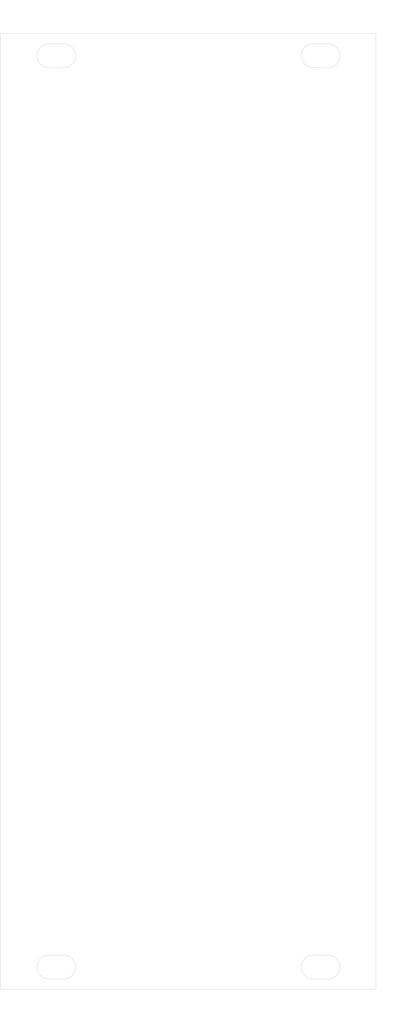
<source format=kicad_pcb>
(kicad_pcb (version 20171130) (host pcbnew "(5.1.10)-1")

  (general
    (thickness 1.6)
    (drawings 26)
    (tracks 0)
    (zones 0)
    (modules 0)
    (nets 1)
  )

  (page A4)
  (layers
    (0 F.Cu signal)
    (31 B.Cu signal)
    (32 B.Adhes user)
    (33 F.Adhes user)
    (34 B.Paste user)
    (35 F.Paste user)
    (36 B.SilkS user)
    (37 F.SilkS user)
    (38 B.Mask user)
    (39 F.Mask user)
    (40 Dwgs.User user)
    (41 Cmts.User user)
    (42 Eco1.User user)
    (43 Eco2.User user)
    (44 Edge.Cuts user)
    (45 Margin user)
    (46 B.CrtYd user)
    (47 F.CrtYd user)
    (48 B.Fab user)
    (49 F.Fab user hide)
  )

  (setup
    (last_trace_width 0.25)
    (trace_clearance 0.2)
    (zone_clearance 0.508)
    (zone_45_only no)
    (trace_min 0.2)
    (via_size 0.8)
    (via_drill 0.4)
    (via_min_size 0.4)
    (via_min_drill 0.3)
    (uvia_size 0.3)
    (uvia_drill 0.1)
    (uvias_allowed no)
    (uvia_min_size 0.2)
    (uvia_min_drill 0.1)
    (edge_width 0.05)
    (segment_width 0.2)
    (pcb_text_width 0.3)
    (pcb_text_size 1.5 1.5)
    (mod_edge_width 0.12)
    (mod_text_size 1 1)
    (mod_text_width 0.15)
    (pad_size 1.524 1.524)
    (pad_drill 0.762)
    (pad_to_mask_clearance 0)
    (aux_axis_origin 0 0)
    (visible_elements 7FFFFF7F)
    (pcbplotparams
      (layerselection 0x010fc_ffffffff)
      (usegerberextensions false)
      (usegerberattributes true)
      (usegerberadvancedattributes true)
      (creategerberjobfile true)
      (excludeedgelayer true)
      (linewidth 0.100000)
      (plotframeref false)
      (viasonmask false)
      (mode 1)
      (useauxorigin false)
      (hpglpennumber 1)
      (hpglpenspeed 20)
      (hpglpendiameter 15.000000)
      (psnegative false)
      (psa4output false)
      (plotreference true)
      (plotvalue true)
      (plotinvisibletext false)
      (padsonsilk false)
      (subtractmaskfromsilk false)
      (outputformat 1)
      (mirror false)
      (drillshape 1)
      (scaleselection 1)
      (outputdirectory ""))
  )

  (net 0 "")

  (net_class Default "This is the default net class."
    (clearance 0.2)
    (trace_width 0.25)
    (via_dia 0.8)
    (via_drill 0.4)
    (uvia_dia 0.3)
    (uvia_drill 0.1)
  )

  (dimension 35.56 (width 0.15) (layer Dwgs.User)
    (gr_text "35.560 mm" (at 123.28 167.8) (layer Dwgs.User)
      (effects (font (size 1 1) (thickness 0.15)))
    )
    (feature1 (pts (xy 141.06 162) (xy 141.06 167.086421)))
    (feature2 (pts (xy 105.5 162) (xy 105.5 167.086421)))
    (crossbar (pts (xy 105.5 166.5) (xy 141.06 166.5)))
    (arrow1a (pts (xy 141.06 166.5) (xy 139.933496 167.086421)))
    (arrow1b (pts (xy 141.06 166.5) (xy 139.933496 165.913579)))
    (arrow2a (pts (xy 105.5 166.5) (xy 106.626504 167.086421)))
    (arrow2b (pts (xy 105.5 166.5) (xy 106.626504 165.913579)))
  )
  (dimension 35.56 (width 0.15) (layer Dwgs.User)
    (gr_text "35.560 mm" (at 123.28 32.7) (layer Dwgs.User) (tstamp 616577D8)
      (effects (font (size 1 1) (thickness 0.15)))
    )
    (feature1 (pts (xy 141.06 39.5) (xy 141.06 33.413579)))
    (feature2 (pts (xy 105.5 39.5) (xy 105.5 33.413579)))
    (crossbar (pts (xy 105.5 34) (xy 141.06 34)))
    (arrow1a (pts (xy 141.06 34) (xy 139.933496 34.586421)))
    (arrow1b (pts (xy 141.06 34) (xy 139.933496 33.413579)))
    (arrow2a (pts (xy 105.5 34) (xy 106.626504 34.586421)))
    (arrow2b (pts (xy 105.5 34) (xy 106.626504 33.413579)))
  )
  (gr_arc (start 142.06 162) (end 142.06 163.6) (angle -180) (layer Edge.Cuts) (width 0.05) (tstamp 616575F6))
  (gr_arc (start 140.06 162) (end 140.06 160.4) (angle -180) (layer Edge.Cuts) (width 0.05) (tstamp 616575F5))
  (gr_line (start 142.06 160.4) (end 140.06 160.4) (layer Edge.Cuts) (width 0.05) (tstamp 616575F4))
  (gr_line (start 140.06 163.6) (end 142.06 163.6) (layer Edge.Cuts) (width 0.05) (tstamp 616575F3))
  (gr_arc (start 142.06 39.5) (end 142.06 41.1) (angle -180) (layer Edge.Cuts) (width 0.05) (tstamp 6165755F))
  (gr_line (start 142.06 37.9) (end 140.06 37.9) (layer Edge.Cuts) (width 0.05) (tstamp 6165755E))
  (gr_arc (start 140.06 39.5) (end 140.06 37.9) (angle -180) (layer Edge.Cuts) (width 0.05) (tstamp 6165755B))
  (gr_line (start 140.06 41.1) (end 142.06 41.1) (layer Edge.Cuts) (width 0.05) (tstamp 6165755A))
  (dimension 7.5 (width 0.15) (layer Dwgs.User)
    (gr_text "7.500 mm" (at 101.75 167.8) (layer Dwgs.User)
      (effects (font (size 1 1) (thickness 0.15)))
    )
    (feature1 (pts (xy 98 162) (xy 98 167.086421)))
    (feature2 (pts (xy 105.5 162) (xy 105.5 167.086421)))
    (crossbar (pts (xy 105.5 166.5) (xy 98 166.5)))
    (arrow1a (pts (xy 98 166.5) (xy 99.126504 165.913579)))
    (arrow1b (pts (xy 98 166.5) (xy 99.126504 167.086421)))
    (arrow2a (pts (xy 105.5 166.5) (xy 104.373496 165.913579)))
    (arrow2b (pts (xy 105.5 166.5) (xy 104.373496 167.086421)))
  )
  (dimension 7.5 (width 0.15) (layer Dwgs.User)
    (gr_text "7.500 mm" (at 101.75 32.7) (layer Dwgs.User)
      (effects (font (size 1 1) (thickness 0.15)))
    )
    (feature1 (pts (xy 98 39.5) (xy 98 33.413579)))
    (feature2 (pts (xy 105.5 39.5) (xy 105.5 33.413579)))
    (crossbar (pts (xy 105.5 34) (xy 98 34)))
    (arrow1a (pts (xy 98 34) (xy 99.126504 33.413579)))
    (arrow1b (pts (xy 98 34) (xy 99.126504 34.586421)))
    (arrow2a (pts (xy 105.5 34) (xy 104.373496 33.413579)))
    (arrow2b (pts (xy 105.5 34) (xy 104.373496 34.586421)))
  )
  (gr_arc (start 104.5 162) (end 104.5 160.4) (angle -180) (layer Edge.Cuts) (width 0.05) (tstamp 616572F5))
  (gr_line (start 106.5 160.4) (end 104.5 160.4) (layer Edge.Cuts) (width 0.05) (tstamp 616572F4))
  (gr_line (start 104.5 163.6) (end 106.5 163.6) (layer Edge.Cuts) (width 0.05) (tstamp 616572F3))
  (gr_arc (start 106.5 162) (end 106.5 163.6) (angle -180) (layer Edge.Cuts) (width 0.05) (tstamp 616572D5))
  (gr_line (start 104.5 41.1) (end 106.5 41.1) (layer Edge.Cuts) (width 0.05) (tstamp 6165721F))
  (gr_arc (start 104.5 39.5) (end 104.5 37.9) (angle -180) (layer Edge.Cuts) (width 0.05))
  (gr_line (start 106.5 37.9) (end 104.5 37.9) (layer Edge.Cuts) (width 0.05))
  (gr_arc (start 106.5 39.5) (end 106.5 41.1) (angle -180) (layer Edge.Cuts) (width 0.05))
  (dimension 128.5 (width 0.15) (layer Dwgs.User)
    (gr_text "128.500 mm" (at 152.8 100.75 90) (layer Dwgs.User)
      (effects (font (size 1 1) (thickness 0.15)))
    )
    (feature1 (pts (xy 148.5 36.5) (xy 152.086421 36.5)))
    (feature2 (pts (xy 148.5 165) (xy 152.086421 165)))
    (crossbar (pts (xy 151.5 165) (xy 151.5 36.5)))
    (arrow1a (pts (xy 151.5 36.5) (xy 152.086421 37.626504)))
    (arrow1b (pts (xy 151.5 36.5) (xy 150.913579 37.626504)))
    (arrow2a (pts (xy 151.5 165) (xy 152.086421 163.873496)))
    (arrow2b (pts (xy 151.5 165) (xy 150.913579 163.873496)))
  )
  (dimension 50.5 (width 0.15) (layer Dwgs.User)
    (gr_text "50.500 mm" (at 123.25 170.3) (layer Dwgs.User) (tstamp 6165777C)
      (effects (font (size 1 1) (thickness 0.15)))
    )
    (feature1 (pts (xy 148.5 165) (xy 148.5 169.586421)))
    (feature2 (pts (xy 98 165) (xy 98 169.586421)))
    (crossbar (pts (xy 98 169) (xy 148.5 169)))
    (arrow1a (pts (xy 148.5 169) (xy 147.373496 169.586421)))
    (arrow1b (pts (xy 148.5 169) (xy 147.373496 168.413579)))
    (arrow2a (pts (xy 98 169) (xy 99.126504 169.586421)))
    (arrow2b (pts (xy 98 169) (xy 99.126504 168.413579)))
  )
  (gr_line (start 98 36.5) (end 98 165) (layer Edge.Cuts) (width 0.05) (tstamp 61656D8B))
  (gr_line (start 148.5 36.5) (end 98 36.5) (layer Edge.Cuts) (width 0.05))
  (gr_line (start 148.5 165) (end 148.5 36.5) (layer Edge.Cuts) (width 0.05))
  (gr_line (start 98 165) (end 148.5 165) (layer Edge.Cuts) (width 0.05))

)

</source>
